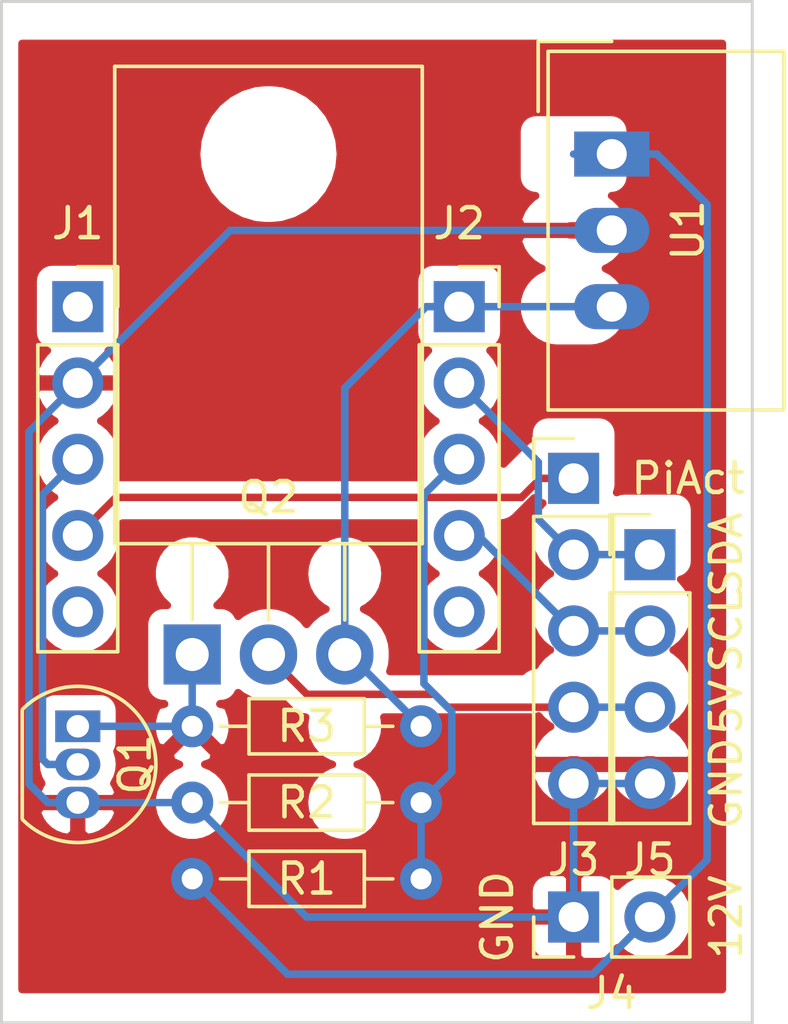
<source format=kicad_pcb>
(kicad_pcb (version 20171130) (host pcbnew 5.1.4+dfsg1-1)

  (general
    (thickness 1.6)
    (drawings 11)
    (tracks 59)
    (zones 0)
    (modules 11)
    (nets 14)
  )

  (page A4)
  (layers
    (0 F.Cu signal)
    (31 B.Cu signal)
    (32 B.Adhes user)
    (33 F.Adhes user)
    (34 B.Paste user)
    (35 F.Paste user)
    (36 B.SilkS user)
    (37 F.SilkS user)
    (38 B.Mask user)
    (39 F.Mask user)
    (40 Dwgs.User user)
    (41 Cmts.User user)
    (42 Eco1.User user)
    (43 Eco2.User user)
    (44 Edge.Cuts user)
    (45 Margin user)
    (46 B.CrtYd user)
    (47 F.CrtYd user)
    (48 B.Fab user)
    (49 F.Fab user hide)
  )

  (setup
    (last_trace_width 0.25)
    (trace_clearance 0.2)
    (zone_clearance 0.508)
    (zone_45_only no)
    (trace_min 0.2)
    (via_size 0.8)
    (via_drill 0.4)
    (via_min_size 0.4)
    (via_min_drill 0.3)
    (uvia_size 0.3)
    (uvia_drill 0.1)
    (uvias_allowed no)
    (uvia_min_size 0.2)
    (uvia_min_drill 0.1)
    (edge_width 0.05)
    (segment_width 0.2)
    (pcb_text_width 0.3)
    (pcb_text_size 1.5 1.5)
    (mod_edge_width 0.12)
    (mod_text_size 1 1)
    (mod_text_width 0.15)
    (pad_size 1.524 1.524)
    (pad_drill 0.762)
    (pad_to_mask_clearance 0.051)
    (solder_mask_min_width 0.25)
    (aux_axis_origin 0 0)
    (visible_elements FFFFFF7F)
    (pcbplotparams
      (layerselection 0x010fc_ffffffff)
      (usegerberextensions false)
      (usegerberattributes false)
      (usegerberadvancedattributes false)
      (creategerberjobfile false)
      (excludeedgelayer true)
      (linewidth 0.100000)
      (plotframeref false)
      (viasonmask false)
      (mode 1)
      (useauxorigin false)
      (hpglpennumber 1)
      (hpglpenspeed 20)
      (hpglpendiameter 15.000000)
      (psnegative false)
      (psa4output false)
      (plotreference true)
      (plotvalue true)
      (plotinvisibletext false)
      (padsonsilk false)
      (subtractmaskfromsilk false)
      (outputformat 1)
      (mirror false)
      (drillshape 1)
      (scaleselection 1)
      (outputdirectory ""))
  )

  (net 0 "")
  (net 1 Pi_Running)
  (net 2 5V_ENA)
  (net 3 GND)
  (net 4 SCL)
  (net 5 ADC)
  (net 6 SDA)
  (net 7 VCC5V)
  (net 8 VCC_Pi)
  (net 9 VCC12V)
  (net 10 "Net-(Q1-Pad1)")
  (net 11 "Net-(J1-Pad5)")
  (net 12 "Net-(J1-Pad1)")
  (net 13 "Net-(J2-Pad5)")

  (net_class Default "Dies ist die voreingestellte Netzklasse."
    (clearance 0.2)
    (trace_width 0.25)
    (via_dia 0.8)
    (via_drill 0.4)
    (uvia_dia 0.3)
    (uvia_drill 0.1)
    (add_net 5V_ENA)
    (add_net ADC)
    (add_net GND)
    (add_net "Net-(J1-Pad1)")
    (add_net "Net-(J1-Pad5)")
    (add_net "Net-(J2-Pad5)")
    (add_net "Net-(Q1-Pad1)")
    (add_net Pi_Running)
    (add_net SCL)
    (add_net SDA)
    (add_net VCC12V)
    (add_net VCC5V)
    (add_net VCC_Pi)
  )

  (module Resistor_THT:R_Axial_DIN0204_L3.6mm_D1.6mm_P7.62mm_Horizontal (layer F.Cu) (tedit 5AE5139B) (tstamp 5D62D19C)
    (at 60.96 54.61)
    (descr "Resistor, Axial_DIN0204 series, Axial, Horizontal, pin pitch=7.62mm, 0.167W, length*diameter=3.6*1.6mm^2, http://cdn-reichelt.de/documents/datenblatt/B400/1_4W%23YAG.pdf")
    (tags "Resistor Axial_DIN0204 series Axial Horizontal pin pitch 7.62mm 0.167W length 3.6mm diameter 1.6mm")
    (path /5D632A96)
    (fp_text reference R3 (at 3.81 0) (layer F.SilkS)
      (effects (font (size 1 1) (thickness 0.15)))
    )
    (fp_text value R27K (at 3.81 1.92) (layer F.Fab)
      (effects (font (size 1 1) (thickness 0.15)))
    )
    (fp_text user %R (at 3.81 0) (layer F.Fab)
      (effects (font (size 0.72 0.72) (thickness 0.108)))
    )
    (fp_line (start 8.57 -1.05) (end -0.95 -1.05) (layer F.CrtYd) (width 0.05))
    (fp_line (start 8.57 1.05) (end 8.57 -1.05) (layer F.CrtYd) (width 0.05))
    (fp_line (start -0.95 1.05) (end 8.57 1.05) (layer F.CrtYd) (width 0.05))
    (fp_line (start -0.95 -1.05) (end -0.95 1.05) (layer F.CrtYd) (width 0.05))
    (fp_line (start 6.68 0) (end 5.73 0) (layer F.SilkS) (width 0.12))
    (fp_line (start 0.94 0) (end 1.89 0) (layer F.SilkS) (width 0.12))
    (fp_line (start 5.73 -0.92) (end 1.89 -0.92) (layer F.SilkS) (width 0.12))
    (fp_line (start 5.73 0.92) (end 5.73 -0.92) (layer F.SilkS) (width 0.12))
    (fp_line (start 1.89 0.92) (end 5.73 0.92) (layer F.SilkS) (width 0.12))
    (fp_line (start 1.89 -0.92) (end 1.89 0.92) (layer F.SilkS) (width 0.12))
    (fp_line (start 7.62 0) (end 5.61 0) (layer F.Fab) (width 0.1))
    (fp_line (start 0 0) (end 2.01 0) (layer F.Fab) (width 0.1))
    (fp_line (start 5.61 -0.8) (end 2.01 -0.8) (layer F.Fab) (width 0.1))
    (fp_line (start 5.61 0.8) (end 5.61 -0.8) (layer F.Fab) (width 0.1))
    (fp_line (start 2.01 0.8) (end 5.61 0.8) (layer F.Fab) (width 0.1))
    (fp_line (start 2.01 -0.8) (end 2.01 0.8) (layer F.Fab) (width 0.1))
    (pad 2 thru_hole oval (at 7.62 0) (size 1.4 1.4) (drill 0.7) (layers *.Cu *.Mask)
      (net 7 VCC5V))
    (pad 1 thru_hole circle (at 0 0) (size 1.4 1.4) (drill 0.7) (layers *.Cu *.Mask)
      (net 10 "Net-(Q1-Pad1)"))
    (model ${KISYS3DMOD}/Resistor_THT.3dshapes/R_Axial_DIN0204_L3.6mm_D1.6mm_P7.62mm_Horizontal.wrl
      (at (xyz 0 0 0))
      (scale (xyz 1 1 1))
      (rotate (xyz 0 0 0))
    )
  )

  (module Resistor_THT:R_Axial_DIN0204_L3.6mm_D1.6mm_P7.62mm_Horizontal (layer F.Cu) (tedit 5AE5139B) (tstamp 5D62D1D2)
    (at 60.96 57.15)
    (descr "Resistor, Axial_DIN0204 series, Axial, Horizontal, pin pitch=7.62mm, 0.167W, length*diameter=3.6*1.6mm^2, http://cdn-reichelt.de/documents/datenblatt/B400/1_4W%23YAG.pdf")
    (tags "Resistor Axial_DIN0204 series Axial Horizontal pin pitch 7.62mm 0.167W length 3.6mm diameter 1.6mm")
    (path /5D66562B)
    (fp_text reference R2 (at 3.81 0) (layer F.SilkS)
      (effects (font (size 1 1) (thickness 0.15)))
    )
    (fp_text value R27K (at 3.81 1.92) (layer F.Fab)
      (effects (font (size 1 1) (thickness 0.15)))
    )
    (fp_text user %R (at 3.81 0) (layer F.Fab)
      (effects (font (size 0.72 0.72) (thickness 0.108)))
    )
    (fp_line (start 8.57 -1.05) (end -0.95 -1.05) (layer F.CrtYd) (width 0.05))
    (fp_line (start 8.57 1.05) (end 8.57 -1.05) (layer F.CrtYd) (width 0.05))
    (fp_line (start -0.95 1.05) (end 8.57 1.05) (layer F.CrtYd) (width 0.05))
    (fp_line (start -0.95 -1.05) (end -0.95 1.05) (layer F.CrtYd) (width 0.05))
    (fp_line (start 6.68 0) (end 5.73 0) (layer F.SilkS) (width 0.12))
    (fp_line (start 0.94 0) (end 1.89 0) (layer F.SilkS) (width 0.12))
    (fp_line (start 5.73 -0.92) (end 1.89 -0.92) (layer F.SilkS) (width 0.12))
    (fp_line (start 5.73 0.92) (end 5.73 -0.92) (layer F.SilkS) (width 0.12))
    (fp_line (start 1.89 0.92) (end 5.73 0.92) (layer F.SilkS) (width 0.12))
    (fp_line (start 1.89 -0.92) (end 1.89 0.92) (layer F.SilkS) (width 0.12))
    (fp_line (start 7.62 0) (end 5.61 0) (layer F.Fab) (width 0.1))
    (fp_line (start 0 0) (end 2.01 0) (layer F.Fab) (width 0.1))
    (fp_line (start 5.61 -0.8) (end 2.01 -0.8) (layer F.Fab) (width 0.1))
    (fp_line (start 5.61 0.8) (end 5.61 -0.8) (layer F.Fab) (width 0.1))
    (fp_line (start 2.01 0.8) (end 5.61 0.8) (layer F.Fab) (width 0.1))
    (fp_line (start 2.01 -0.8) (end 2.01 0.8) (layer F.Fab) (width 0.1))
    (pad 2 thru_hole oval (at 7.62 0) (size 1.4 1.4) (drill 0.7) (layers *.Cu *.Mask)
      (net 5 ADC))
    (pad 1 thru_hole circle (at 0 0) (size 1.4 1.4) (drill 0.7) (layers *.Cu *.Mask)
      (net 3 GND))
    (model ${KISYS3DMOD}/Resistor_THT.3dshapes/R_Axial_DIN0204_L3.6mm_D1.6mm_P7.62mm_Horizontal.wrl
      (at (xyz 0 0 0))
      (scale (xyz 1 1 1))
      (rotate (xyz 0 0 0))
    )
  )

  (module Resistor_THT:R_Axial_DIN0204_L3.6mm_D1.6mm_P7.62mm_Horizontal (layer F.Cu) (tedit 5AE5139B) (tstamp 5D62EB9C)
    (at 60.96 59.69)
    (descr "Resistor, Axial_DIN0204 series, Axial, Horizontal, pin pitch=7.62mm, 0.167W, length*diameter=3.6*1.6mm^2, http://cdn-reichelt.de/documents/datenblatt/B400/1_4W%23YAG.pdf")
    (tags "Resistor Axial_DIN0204 series Axial Horizontal pin pitch 7.62mm 0.167W length 3.6mm diameter 1.6mm")
    (path /5D665205)
    (fp_text reference R1 (at 3.81 0) (layer F.SilkS)
      (effects (font (size 1 1) (thickness 0.15)))
    )
    (fp_text value R100K (at 3.81 1.92) (layer F.Fab)
      (effects (font (size 1 1) (thickness 0.15)))
    )
    (fp_text user %R (at 3.81 0) (layer F.Fab)
      (effects (font (size 0.72 0.72) (thickness 0.108)))
    )
    (fp_line (start 8.57 -1.05) (end -0.95 -1.05) (layer F.CrtYd) (width 0.05))
    (fp_line (start 8.57 1.05) (end 8.57 -1.05) (layer F.CrtYd) (width 0.05))
    (fp_line (start -0.95 1.05) (end 8.57 1.05) (layer F.CrtYd) (width 0.05))
    (fp_line (start -0.95 -1.05) (end -0.95 1.05) (layer F.CrtYd) (width 0.05))
    (fp_line (start 6.68 0) (end 5.73 0) (layer F.SilkS) (width 0.12))
    (fp_line (start 0.94 0) (end 1.89 0) (layer F.SilkS) (width 0.12))
    (fp_line (start 5.73 -0.92) (end 1.89 -0.92) (layer F.SilkS) (width 0.12))
    (fp_line (start 5.73 0.92) (end 5.73 -0.92) (layer F.SilkS) (width 0.12))
    (fp_line (start 1.89 0.92) (end 5.73 0.92) (layer F.SilkS) (width 0.12))
    (fp_line (start 1.89 -0.92) (end 1.89 0.92) (layer F.SilkS) (width 0.12))
    (fp_line (start 7.62 0) (end 5.61 0) (layer F.Fab) (width 0.1))
    (fp_line (start 0 0) (end 2.01 0) (layer F.Fab) (width 0.1))
    (fp_line (start 5.61 -0.8) (end 2.01 -0.8) (layer F.Fab) (width 0.1))
    (fp_line (start 5.61 0.8) (end 5.61 -0.8) (layer F.Fab) (width 0.1))
    (fp_line (start 2.01 0.8) (end 5.61 0.8) (layer F.Fab) (width 0.1))
    (fp_line (start 2.01 -0.8) (end 2.01 0.8) (layer F.Fab) (width 0.1))
    (pad 2 thru_hole oval (at 7.62 0) (size 1.4 1.4) (drill 0.7) (layers *.Cu *.Mask)
      (net 5 ADC))
    (pad 1 thru_hole circle (at 0 0) (size 1.4 1.4) (drill 0.7) (layers *.Cu *.Mask)
      (net 9 VCC12V))
    (model ${KISYS3DMOD}/Resistor_THT.3dshapes/R_Axial_DIN0204_L3.6mm_D1.6mm_P7.62mm_Horizontal.wrl
      (at (xyz 0 0 0))
      (scale (xyz 1 1 1))
      (rotate (xyz 0 0 0))
    )
  )

  (module Package_TO_SOT_THT:TO-220-3_Horizontal_TabDown (layer F.Cu) (tedit 5AC8BA0D) (tstamp 5D62D20F)
    (at 60.96 52.22)
    (descr "TO-220-3, Horizontal, RM 2.54mm, see https://www.vishay.com/docs/66542/to-220-1.pdf")
    (tags "TO-220-3 Horizontal RM 2.54mm")
    (path /5D63050F)
    (fp_text reference Q2 (at 2.54 -5.23) (layer F.SilkS)
      (effects (font (size 1 1) (thickness 0.15)))
    )
    (fp_text value IRF5305 (at 2.54 2) (layer F.Fab)
      (effects (font (size 1 1) (thickness 0.15)))
    )
    (fp_text user %R (at 2.54 -20.58) (layer F.Fab)
      (effects (font (size 1 1) (thickness 0.15)))
    )
    (fp_line (start 7.79 -19.71) (end -2.71 -19.71) (layer F.CrtYd) (width 0.05))
    (fp_line (start 7.79 1.25) (end 7.79 -19.71) (layer F.CrtYd) (width 0.05))
    (fp_line (start -2.71 1.25) (end 7.79 1.25) (layer F.CrtYd) (width 0.05))
    (fp_line (start -2.71 -19.71) (end -2.71 1.25) (layer F.CrtYd) (width 0.05))
    (fp_line (start 5.08 -3.69) (end 5.08 -1.15) (layer F.SilkS) (width 0.12))
    (fp_line (start 2.54 -3.69) (end 2.54 -1.15) (layer F.SilkS) (width 0.12))
    (fp_line (start 0 -3.69) (end 0 -1.15) (layer F.SilkS) (width 0.12))
    (fp_line (start 7.66 -19.58) (end 7.66 -3.69) (layer F.SilkS) (width 0.12))
    (fp_line (start -2.58 -19.58) (end -2.58 -3.69) (layer F.SilkS) (width 0.12))
    (fp_line (start -2.58 -19.58) (end 7.66 -19.58) (layer F.SilkS) (width 0.12))
    (fp_line (start -2.58 -3.69) (end 7.66 -3.69) (layer F.SilkS) (width 0.12))
    (fp_line (start 5.08 -3.81) (end 5.08 0) (layer F.Fab) (width 0.1))
    (fp_line (start 2.54 -3.81) (end 2.54 0) (layer F.Fab) (width 0.1))
    (fp_line (start 0 -3.81) (end 0 0) (layer F.Fab) (width 0.1))
    (fp_line (start 7.54 -3.81) (end -2.46 -3.81) (layer F.Fab) (width 0.1))
    (fp_line (start 7.54 -13.06) (end 7.54 -3.81) (layer F.Fab) (width 0.1))
    (fp_line (start -2.46 -13.06) (end 7.54 -13.06) (layer F.Fab) (width 0.1))
    (fp_line (start -2.46 -3.81) (end -2.46 -13.06) (layer F.Fab) (width 0.1))
    (fp_line (start 7.54 -13.06) (end -2.46 -13.06) (layer F.Fab) (width 0.1))
    (fp_line (start 7.54 -19.46) (end 7.54 -13.06) (layer F.Fab) (width 0.1))
    (fp_line (start -2.46 -19.46) (end 7.54 -19.46) (layer F.Fab) (width 0.1))
    (fp_line (start -2.46 -13.06) (end -2.46 -19.46) (layer F.Fab) (width 0.1))
    (fp_circle (center 2.54 -16.66) (end 4.39 -16.66) (layer F.Fab) (width 0.1))
    (pad 3 thru_hole oval (at 5.08 0) (size 1.905 2) (drill 1.1) (layers *.Cu *.Mask)
      (net 7 VCC5V))
    (pad 2 thru_hole oval (at 2.54 0) (size 1.905 2) (drill 1.1) (layers *.Cu *.Mask)
      (net 8 VCC_Pi))
    (pad 1 thru_hole rect (at 0 0) (size 1.905 2) (drill 1.1) (layers *.Cu *.Mask)
      (net 10 "Net-(Q1-Pad1)"))
    (pad "" np_thru_hole oval (at 2.54 -16.66) (size 3.5 3.5) (drill 3.5) (layers *.Cu *.Mask))
    (model ${KISYS3DMOD}/Package_TO_SOT_THT.3dshapes/TO-220-3_Horizontal_TabDown.wrl
      (at (xyz 0 0 0))
      (scale (xyz 1 1 1))
      (rotate (xyz 0 0 0))
    )
  )

  (module Connector_PinHeader_2.54mm:PinHeader_1x04_P2.54mm_Vertical (layer F.Cu) (tedit 59FED5CC) (tstamp 5D6BFA17)
    (at 76.2 48.895)
    (descr "Through hole straight pin header, 1x04, 2.54mm pitch, single row")
    (tags "Through hole pin header THT 1x04 2.54mm single row")
    (path /5D6BB1FE)
    (fp_text reference J5 (at 0 10.16) (layer F.SilkS)
      (effects (font (size 1 1) (thickness 0.15)))
    )
    (fp_text value Conn_01x04_Male (at 0 9.95) (layer F.Fab)
      (effects (font (size 1 1) (thickness 0.15)))
    )
    (fp_text user %R (at 0 3.81 90) (layer F.Fab)
      (effects (font (size 1 1) (thickness 0.15)))
    )
    (fp_line (start 1.8 -1.8) (end -1.8 -1.8) (layer F.CrtYd) (width 0.05))
    (fp_line (start 1.8 9.4) (end 1.8 -1.8) (layer F.CrtYd) (width 0.05))
    (fp_line (start -1.8 9.4) (end 1.8 9.4) (layer F.CrtYd) (width 0.05))
    (fp_line (start -1.8 -1.8) (end -1.8 9.4) (layer F.CrtYd) (width 0.05))
    (fp_line (start -1.33 -1.33) (end 0 -1.33) (layer F.SilkS) (width 0.12))
    (fp_line (start -1.33 0) (end -1.33 -1.33) (layer F.SilkS) (width 0.12))
    (fp_line (start -1.33 1.27) (end 1.33 1.27) (layer F.SilkS) (width 0.12))
    (fp_line (start 1.33 1.27) (end 1.33 8.95) (layer F.SilkS) (width 0.12))
    (fp_line (start -1.33 1.27) (end -1.33 8.95) (layer F.SilkS) (width 0.12))
    (fp_line (start -1.33 8.95) (end 1.33 8.95) (layer F.SilkS) (width 0.12))
    (fp_line (start -1.27 -0.635) (end -0.635 -1.27) (layer F.Fab) (width 0.1))
    (fp_line (start -1.27 8.89) (end -1.27 -0.635) (layer F.Fab) (width 0.1))
    (fp_line (start 1.27 8.89) (end -1.27 8.89) (layer F.Fab) (width 0.1))
    (fp_line (start 1.27 -1.27) (end 1.27 8.89) (layer F.Fab) (width 0.1))
    (fp_line (start -0.635 -1.27) (end 1.27 -1.27) (layer F.Fab) (width 0.1))
    (pad 4 thru_hole oval (at 0 7.62) (size 1.7 1.7) (drill 1) (layers *.Cu *.Mask)
      (net 3 GND))
    (pad 3 thru_hole oval (at 0 5.08) (size 1.7 1.7) (drill 1) (layers *.Cu *.Mask)
      (net 8 VCC_Pi))
    (pad 2 thru_hole oval (at 0 2.54) (size 1.7 1.7) (drill 1) (layers *.Cu *.Mask)
      (net 4 SCL))
    (pad 1 thru_hole rect (at 0 0) (size 1.7 1.7) (drill 1) (layers *.Cu *.Mask)
      (net 6 SDA))
    (model ${KISYS3DMOD}/Connector_PinHeader_2.54mm.3dshapes/PinHeader_1x04_P2.54mm_Vertical.wrl
      (at (xyz 0 0 0))
      (scale (xyz 1 1 1))
      (rotate (xyz 0 0 0))
    )
  )

  (module Converter_DCDC:Converter_DCDC_TRACO_TSR-1_THT (layer F.Cu) (tedit 59FE1FB7) (tstamp 5D8A6002)
    (at 74.93 35.56 270)
    (descr "DCDC-Converter, TRACO, TSR 1-xxxx")
    (tags "DCDC-Converter TRACO TSR-1")
    (path /5D62B8BF)
    (fp_text reference U1 (at 2.54 -2.54 90) (layer F.SilkS)
      (effects (font (size 1 1) (thickness 0.15)))
    )
    (fp_text value TSR_2-2450 (at 2.5 3.25 90) (layer F.Fab)
      (effects (font (size 1 1) (thickness 0.15)))
    )
    (fp_line (start -2.3 2) (end 8.4 2) (layer F.Fab) (width 0.1))
    (fp_line (start -3.42 2.12) (end -3.42 -5.73) (layer F.SilkS) (width 0.12))
    (fp_line (start -3.42 -5.73) (end 8.52 -5.73) (layer F.SilkS) (width 0.12))
    (fp_line (start 8.52 -5.73) (end 8.52 2.12) (layer F.SilkS) (width 0.12))
    (fp_line (start 8.52 2.12) (end -3.42 2.12) (layer F.SilkS) (width 0.12))
    (fp_line (start -3.55 -5.85) (end 8.65 -5.85) (layer F.CrtYd) (width 0.05))
    (fp_line (start 8.65 -5.85) (end 8.65 2.25) (layer F.CrtYd) (width 0.05))
    (fp_line (start 8.65 2.25) (end -3.55 2.25) (layer F.CrtYd) (width 0.05))
    (fp_line (start -3.55 2.25) (end -3.55 -5.85) (layer F.CrtYd) (width 0.05))
    (fp_line (start -3.3 -5.6) (end 8.4 -5.6) (layer F.Fab) (width 0.1))
    (fp_line (start 8.4 2) (end 8.4 -5.6) (layer F.Fab) (width 0.1))
    (fp_line (start -3.3 1) (end -3.3 -5.6) (layer F.Fab) (width 0.1))
    (fp_line (start -3.3 1) (end -2.3 2) (layer F.Fab) (width 0.1))
    (fp_line (start -3.75 0) (end -3.75 2.45) (layer F.SilkS) (width 0.12))
    (fp_line (start -3.75 2.45) (end -1.42 2.45) (layer F.SilkS) (width 0.12))
    (fp_text user %R (at 3 -3 90) (layer F.Fab)
      (effects (font (size 1 1) (thickness 0.15)))
    )
    (pad 3 thru_hole oval (at 5.08 0 270) (size 1.5 2.5) (drill 1) (layers *.Cu *.Mask)
      (net 7 VCC5V))
    (pad 2 thru_hole oval (at 2.54 0 270) (size 1.5 2.5) (drill 1) (layers *.Cu *.Mask)
      (net 3 GND))
    (pad 1 thru_hole rect (at 0 0 270) (size 1.5 2.5) (drill 1) (layers *.Cu *.Mask)
      (net 9 VCC12V))
    (model ${KISYS3DMOD}/Converter_DCDC.3dshapes/Converter_DCDC_TRACO_TSR-1_THT.wrl
      (at (xyz 0 0 0))
      (scale (xyz 1 1 1))
      (rotate (xyz 0 0 0))
    )
  )

  (module Package_TO_SOT_THT:TO-92_Inline (layer F.Cu) (tedit 5A1DD157) (tstamp 5D62D126)
    (at 57.15 54.61 270)
    (descr "TO-92 leads in-line, narrow, oval pads, drill 0.75mm (see NXP sot054_po.pdf)")
    (tags "to-92 sc-43 sc-43a sot54 PA33 transistor")
    (path /5D62DCCF)
    (fp_text reference Q1 (at 1.27 -1.905 90) (layer F.SilkS)
      (effects (font (size 1 1) (thickness 0.15)))
    )
    (fp_text value BS170 (at 1.27 2.79 90) (layer F.Fab)
      (effects (font (size 1 1) (thickness 0.15)))
    )
    (fp_arc (start 1.27 0) (end 1.27 -2.6) (angle 135) (layer F.SilkS) (width 0.12))
    (fp_arc (start 1.27 0) (end 1.27 -2.48) (angle -135) (layer F.Fab) (width 0.1))
    (fp_arc (start 1.27 0) (end 1.27 -2.6) (angle -135) (layer F.SilkS) (width 0.12))
    (fp_arc (start 1.27 0) (end 1.27 -2.48) (angle 135) (layer F.Fab) (width 0.1))
    (fp_line (start 4 2.01) (end -1.46 2.01) (layer F.CrtYd) (width 0.05))
    (fp_line (start 4 2.01) (end 4 -2.73) (layer F.CrtYd) (width 0.05))
    (fp_line (start -1.46 -2.73) (end -1.46 2.01) (layer F.CrtYd) (width 0.05))
    (fp_line (start -1.46 -2.73) (end 4 -2.73) (layer F.CrtYd) (width 0.05))
    (fp_line (start -0.5 1.75) (end 3 1.75) (layer F.Fab) (width 0.1))
    (fp_line (start -0.53 1.85) (end 3.07 1.85) (layer F.SilkS) (width 0.12))
    (fp_text user %R (at 1.27 -3.56 90) (layer F.Fab)
      (effects (font (size 1 1) (thickness 0.15)))
    )
    (pad 1 thru_hole rect (at 0 0 270) (size 1.05 1.5) (drill 0.75) (layers *.Cu *.Mask)
      (net 10 "Net-(Q1-Pad1)"))
    (pad 3 thru_hole oval (at 2.54 0 270) (size 1.05 1.5) (drill 0.75) (layers *.Cu *.Mask)
      (net 3 GND))
    (pad 2 thru_hole oval (at 1.27 0 270) (size 1.05 1.5) (drill 0.75) (layers *.Cu *.Mask)
      (net 2 5V_ENA))
    (model ${KISYS3DMOD}/Package_TO_SOT_THT.3dshapes/TO-92_Inline.wrl
      (at (xyz 0 0 0))
      (scale (xyz 1 1 1))
      (rotate (xyz 0 0 0))
    )
  )

  (module Connector_PinHeader_2.54mm:PinHeader_1x02_P2.54mm_Vertical (layer F.Cu) (tedit 59FED5CC) (tstamp 5D62E979)
    (at 73.66 60.96 90)
    (descr "Through hole straight pin header, 1x02, 2.54mm pitch, single row")
    (tags "Through hole pin header THT 1x02 2.54mm single row")
    (path /5D6292E1)
    (fp_text reference J4 (at -2.54 1.27 180) (layer F.SilkS)
      (effects (font (size 1 1) (thickness 0.15)))
    )
    (fp_text value Conn_Pwr (at 0 4.87 90) (layer F.Fab)
      (effects (font (size 1 1) (thickness 0.15)))
    )
    (fp_text user %R (at 0 1.27) (layer F.Fab)
      (effects (font (size 1 1) (thickness 0.15)))
    )
    (fp_line (start 1.8 -1.8) (end -1.8 -1.8) (layer F.CrtYd) (width 0.05))
    (fp_line (start 1.8 4.35) (end 1.8 -1.8) (layer F.CrtYd) (width 0.05))
    (fp_line (start -1.8 4.35) (end 1.8 4.35) (layer F.CrtYd) (width 0.05))
    (fp_line (start -1.8 -1.8) (end -1.8 4.35) (layer F.CrtYd) (width 0.05))
    (fp_line (start -1.33 -1.33) (end 0 -1.33) (layer F.SilkS) (width 0.12))
    (fp_line (start -1.33 0) (end -1.33 -1.33) (layer F.SilkS) (width 0.12))
    (fp_line (start -1.33 1.27) (end 1.33 1.27) (layer F.SilkS) (width 0.12))
    (fp_line (start 1.33 1.27) (end 1.33 3.87) (layer F.SilkS) (width 0.12))
    (fp_line (start -1.33 1.27) (end -1.33 3.87) (layer F.SilkS) (width 0.12))
    (fp_line (start -1.33 3.87) (end 1.33 3.87) (layer F.SilkS) (width 0.12))
    (fp_line (start -1.27 -0.635) (end -0.635 -1.27) (layer F.Fab) (width 0.1))
    (fp_line (start -1.27 3.81) (end -1.27 -0.635) (layer F.Fab) (width 0.1))
    (fp_line (start 1.27 3.81) (end -1.27 3.81) (layer F.Fab) (width 0.1))
    (fp_line (start 1.27 -1.27) (end 1.27 3.81) (layer F.Fab) (width 0.1))
    (fp_line (start -0.635 -1.27) (end 1.27 -1.27) (layer F.Fab) (width 0.1))
    (pad 2 thru_hole oval (at 0 2.54 90) (size 1.7 1.7) (drill 1) (layers *.Cu *.Mask)
      (net 9 VCC12V))
    (pad 1 thru_hole rect (at 0 0 90) (size 1.7 1.7) (drill 1) (layers *.Cu *.Mask)
      (net 3 GND))
    (model ${KISYS3DMOD}/Connector_PinHeader_2.54mm.3dshapes/PinHeader_1x02_P2.54mm_Vertical.wrl
      (at (xyz 0 0 0))
      (scale (xyz 1 1 1))
      (rotate (xyz 0 0 0))
    )
  )

  (module Connector_PinHeader_2.54mm:PinHeader_1x05_P2.54mm_Vertical (layer F.Cu) (tedit 59FED5CC) (tstamp 5D62D28F)
    (at 73.66 46.355)
    (descr "Through hole straight pin header, 1x05, 2.54mm pitch, single row")
    (tags "Through hole pin header THT 1x05 2.54mm single row")
    (path /5D628156)
    (fp_text reference J3 (at 0 12.7) (layer F.SilkS)
      (effects (font (size 1 1) (thickness 0.15)))
    )
    (fp_text value Conn_Pi (at 0 12.49) (layer F.Fab)
      (effects (font (size 1 1) (thickness 0.15)))
    )
    (fp_text user %R (at 0 5.08 90) (layer F.Fab)
      (effects (font (size 1 1) (thickness 0.15)))
    )
    (fp_line (start 1.8 -1.8) (end -1.8 -1.8) (layer F.CrtYd) (width 0.05))
    (fp_line (start 1.8 11.95) (end 1.8 -1.8) (layer F.CrtYd) (width 0.05))
    (fp_line (start -1.8 11.95) (end 1.8 11.95) (layer F.CrtYd) (width 0.05))
    (fp_line (start -1.8 -1.8) (end -1.8 11.95) (layer F.CrtYd) (width 0.05))
    (fp_line (start -1.33 -1.33) (end 0 -1.33) (layer F.SilkS) (width 0.12))
    (fp_line (start -1.33 0) (end -1.33 -1.33) (layer F.SilkS) (width 0.12))
    (fp_line (start -1.33 1.27) (end 1.33 1.27) (layer F.SilkS) (width 0.12))
    (fp_line (start 1.33 1.27) (end 1.33 11.49) (layer F.SilkS) (width 0.12))
    (fp_line (start -1.33 1.27) (end -1.33 11.49) (layer F.SilkS) (width 0.12))
    (fp_line (start -1.33 11.49) (end 1.33 11.49) (layer F.SilkS) (width 0.12))
    (fp_line (start -1.27 -0.635) (end -0.635 -1.27) (layer F.Fab) (width 0.1))
    (fp_line (start -1.27 11.43) (end -1.27 -0.635) (layer F.Fab) (width 0.1))
    (fp_line (start 1.27 11.43) (end -1.27 11.43) (layer F.Fab) (width 0.1))
    (fp_line (start 1.27 -1.27) (end 1.27 11.43) (layer F.Fab) (width 0.1))
    (fp_line (start -0.635 -1.27) (end 1.27 -1.27) (layer F.Fab) (width 0.1))
    (pad 5 thru_hole oval (at 0 10.16) (size 1.7 1.7) (drill 1) (layers *.Cu *.Mask)
      (net 3 GND))
    (pad 4 thru_hole oval (at 0 7.62) (size 1.7 1.7) (drill 1) (layers *.Cu *.Mask)
      (net 8 VCC_Pi))
    (pad 3 thru_hole oval (at 0 5.08) (size 1.7 1.7) (drill 1) (layers *.Cu *.Mask)
      (net 4 SCL))
    (pad 2 thru_hole oval (at 0 2.54) (size 1.7 1.7) (drill 1) (layers *.Cu *.Mask)
      (net 6 SDA))
    (pad 1 thru_hole rect (at 0 0) (size 1.7 1.7) (drill 1) (layers *.Cu *.Mask)
      (net 1 Pi_Running))
    (model ${KISYS3DMOD}/Connector_PinHeader_2.54mm.3dshapes/PinHeader_1x05_P2.54mm_Vertical.wrl
      (at (xyz 0 0 0))
      (scale (xyz 1 1 1))
      (rotate (xyz 0 0 0))
    )
  )

  (module Connector_PinSocket_2.54mm:PinSocket_1x05_P2.54mm_Vertical (layer F.Cu) (tedit 5A19A420) (tstamp 5D62D2D7)
    (at 69.85 40.64)
    (descr "Through hole straight socket strip, 1x05, 2.54mm pitch, single row (from Kicad 4.0.7), script generated")
    (tags "Through hole socket strip THT 1x05 2.54mm single row")
    (path /5D6276A2)
    (fp_text reference J2 (at 0 -2.77) (layer F.SilkS)
      (effects (font (size 1 1) (thickness 0.15)))
    )
    (fp_text value Conn_Right (at 0 12.93) (layer F.Fab)
      (effects (font (size 1 1) (thickness 0.15)))
    )
    (fp_text user %R (at 0 5.08 90) (layer F.Fab)
      (effects (font (size 1 1) (thickness 0.15)))
    )
    (fp_line (start -1.8 11.9) (end -1.8 -1.8) (layer F.CrtYd) (width 0.05))
    (fp_line (start 1.75 11.9) (end -1.8 11.9) (layer F.CrtYd) (width 0.05))
    (fp_line (start 1.75 -1.8) (end 1.75 11.9) (layer F.CrtYd) (width 0.05))
    (fp_line (start -1.8 -1.8) (end 1.75 -1.8) (layer F.CrtYd) (width 0.05))
    (fp_line (start 0 -1.33) (end 1.33 -1.33) (layer F.SilkS) (width 0.12))
    (fp_line (start 1.33 -1.33) (end 1.33 0) (layer F.SilkS) (width 0.12))
    (fp_line (start 1.33 1.27) (end 1.33 11.49) (layer F.SilkS) (width 0.12))
    (fp_line (start -1.33 11.49) (end 1.33 11.49) (layer F.SilkS) (width 0.12))
    (fp_line (start -1.33 1.27) (end -1.33 11.49) (layer F.SilkS) (width 0.12))
    (fp_line (start -1.33 1.27) (end 1.33 1.27) (layer F.SilkS) (width 0.12))
    (fp_line (start -1.27 11.43) (end -1.27 -1.27) (layer F.Fab) (width 0.1))
    (fp_line (start 1.27 11.43) (end -1.27 11.43) (layer F.Fab) (width 0.1))
    (fp_line (start 1.27 -0.635) (end 1.27 11.43) (layer F.Fab) (width 0.1))
    (fp_line (start 0.635 -1.27) (end 1.27 -0.635) (layer F.Fab) (width 0.1))
    (fp_line (start -1.27 -1.27) (end 0.635 -1.27) (layer F.Fab) (width 0.1))
    (pad 5 thru_hole oval (at 0 10.16) (size 1.7 1.7) (drill 1) (layers *.Cu *.Mask)
      (net 13 "Net-(J2-Pad5)"))
    (pad 4 thru_hole oval (at 0 7.62) (size 1.7 1.7) (drill 1) (layers *.Cu *.Mask)
      (net 4 SCL))
    (pad 3 thru_hole oval (at 0 5.08) (size 1.7 1.7) (drill 1) (layers *.Cu *.Mask)
      (net 5 ADC))
    (pad 2 thru_hole oval (at 0 2.54) (size 1.7 1.7) (drill 1) (layers *.Cu *.Mask)
      (net 6 SDA))
    (pad 1 thru_hole rect (at 0 0) (size 1.7 1.7) (drill 1) (layers *.Cu *.Mask)
      (net 7 VCC5V))
    (model ${KISYS3DMOD}/Connector_PinSocket_2.54mm.3dshapes/PinSocket_1x05_P2.54mm_Vertical.wrl
      (at (xyz 0 0 0))
      (scale (xyz 1 1 1))
      (rotate (xyz 0 0 0))
    )
  )

  (module Connector_PinSocket_2.54mm:PinSocket_1x05_P2.54mm_Vertical (layer F.Cu) (tedit 5A19A420) (tstamp 5D62D0E5)
    (at 57.15 40.64)
    (descr "Through hole straight socket strip, 1x05, 2.54mm pitch, single row (from Kicad 4.0.7), script generated")
    (tags "Through hole socket strip THT 1x05 2.54mm single row")
    (path /5D62720F)
    (fp_text reference J1 (at 0 -2.77) (layer F.SilkS)
      (effects (font (size 1 1) (thickness 0.15)))
    )
    (fp_text value Conn_Left (at 0 12.93) (layer F.Fab)
      (effects (font (size 1 1) (thickness 0.15)))
    )
    (fp_text user %R (at 0 5.08 90) (layer F.Fab)
      (effects (font (size 1 1) (thickness 0.15)))
    )
    (fp_line (start -1.8 11.9) (end -1.8 -1.8) (layer F.CrtYd) (width 0.05))
    (fp_line (start 1.75 11.9) (end -1.8 11.9) (layer F.CrtYd) (width 0.05))
    (fp_line (start 1.75 -1.8) (end 1.75 11.9) (layer F.CrtYd) (width 0.05))
    (fp_line (start -1.8 -1.8) (end 1.75 -1.8) (layer F.CrtYd) (width 0.05))
    (fp_line (start 0 -1.33) (end 1.33 -1.33) (layer F.SilkS) (width 0.12))
    (fp_line (start 1.33 -1.33) (end 1.33 0) (layer F.SilkS) (width 0.12))
    (fp_line (start 1.33 1.27) (end 1.33 11.49) (layer F.SilkS) (width 0.12))
    (fp_line (start -1.33 11.49) (end 1.33 11.49) (layer F.SilkS) (width 0.12))
    (fp_line (start -1.33 1.27) (end -1.33 11.49) (layer F.SilkS) (width 0.12))
    (fp_line (start -1.33 1.27) (end 1.33 1.27) (layer F.SilkS) (width 0.12))
    (fp_line (start -1.27 11.43) (end -1.27 -1.27) (layer F.Fab) (width 0.1))
    (fp_line (start 1.27 11.43) (end -1.27 11.43) (layer F.Fab) (width 0.1))
    (fp_line (start 1.27 -0.635) (end 1.27 11.43) (layer F.Fab) (width 0.1))
    (fp_line (start 0.635 -1.27) (end 1.27 -0.635) (layer F.Fab) (width 0.1))
    (fp_line (start -1.27 -1.27) (end 0.635 -1.27) (layer F.Fab) (width 0.1))
    (pad 5 thru_hole oval (at 0 10.16) (size 1.7 1.7) (drill 1) (layers *.Cu *.Mask)
      (net 11 "Net-(J1-Pad5)"))
    (pad 4 thru_hole oval (at 0 7.62) (size 1.7 1.7) (drill 1) (layers *.Cu *.Mask)
      (net 1 Pi_Running))
    (pad 3 thru_hole oval (at 0 5.08) (size 1.7 1.7) (drill 1) (layers *.Cu *.Mask)
      (net 2 5V_ENA))
    (pad 2 thru_hole oval (at 0 2.54) (size 1.7 1.7) (drill 1) (layers *.Cu *.Mask)
      (net 3 GND))
    (pad 1 thru_hole rect (at 0 0) (size 1.7 1.7) (drill 1) (layers *.Cu *.Mask)
      (net 12 "Net-(J1-Pad1)"))
    (model ${KISYS3DMOD}/Connector_PinSocket_2.54mm.3dshapes/PinSocket_1x05_P2.54mm_Vertical.wrl
      (at (xyz 0 0 0))
      (scale (xyz 1 1 1))
      (rotate (xyz 0 0 0))
    )
  )

  (gr_text GND (at 78.74 56.515 90) (layer F.SilkS)
    (effects (font (size 1 1) (thickness 0.15)))
  )
  (gr_text SCL (at 78.74 51.435 90) (layer F.SilkS)
    (effects (font (size 1 1) (thickness 0.15)))
  )
  (gr_text SDA (at 78.74 48.895 90) (layer F.SilkS)
    (effects (font (size 1 1) (thickness 0.15)))
  )
  (gr_text PiAct (at 77.47 46.355) (layer F.SilkS)
    (effects (font (size 1 1) (thickness 0.15)))
  )
  (gr_text 5V (at 78.74 53.975 90) (layer F.SilkS)
    (effects (font (size 1 1) (thickness 0.15)))
  )
  (gr_text GND (at 71.12 60.96 90) (layer F.SilkS)
    (effects (font (size 1 1) (thickness 0.15)))
  )
  (gr_text 12V (at 78.74 60.96 90) (layer F.SilkS)
    (effects (font (size 1 1) (thickness 0.15)))
  )
  (gr_line (start 79.61 64.48) (end 79.61 30.48) (layer Edge.Cuts) (width 0.1) (tstamp 5D62EA8F))
  (gr_line (start 54.61 64.48) (end 79.61 64.48) (layer Edge.Cuts) (width 0.1) (tstamp 5D62EA82))
  (gr_line (start 54.61 64.48) (end 54.61 30.48) (layer Edge.Cuts) (width 0.1))
  (gr_line (start 54.61 30.48) (end 79.61 30.48) (layer Edge.Cuts) (width 0.1))

  (segment (start 72.56 46.355) (end 73.66 46.355) (width 0.25) (layer F.Cu) (net 1))
  (segment (start 71.925 46.99) (end 72.56 46.355) (width 0.25) (layer F.Cu) (net 1))
  (segment (start 58.42 46.99) (end 71.925 46.99) (width 0.25) (layer F.Cu) (net 1))
  (segment (start 57.15 48.26) (end 58.42 46.99) (width 0.25) (layer F.Cu) (net 1))
  (segment (start 56.15 55.88) (end 57.15 55.88) (width 0.25) (layer B.Cu) (net 2))
  (segment (start 55.974999 55.704999) (end 56.15 55.88) (width 0.25) (layer B.Cu) (net 2))
  (segment (start 55.974999 46.895001) (end 55.974999 55.704999) (width 0.25) (layer B.Cu) (net 2))
  (segment (start 57.15 45.72) (end 55.974999 46.895001) (width 0.25) (layer B.Cu) (net 2))
  (segment (start 62.23 38.1) (end 57.15 43.18) (width 0.25) (layer B.Cu) (net 3))
  (segment (start 56.15 57.15) (end 57.15 57.15) (width 0.25) (layer B.Cu) (net 3))
  (segment (start 55.524989 56.524989) (end 56.15 57.15) (width 0.25) (layer B.Cu) (net 3))
  (segment (start 55.524989 44.805011) (end 55.524989 56.524989) (width 0.25) (layer B.Cu) (net 3))
  (segment (start 57.15 43.18) (end 55.524989 44.805011) (width 0.25) (layer B.Cu) (net 3))
  (segment (start 57.15 57.15) (end 60.96 57.15) (width 0.25) (layer B.Cu) (net 3))
  (segment (start 64.77 60.96) (end 60.96 57.15) (width 0.25) (layer B.Cu) (net 3))
  (segment (start 73.66 60.96) (end 64.77 60.96) (width 0.25) (layer B.Cu) (net 3))
  (segment (start 74.93 38.1) (end 62.23 38.1) (width 0.25) (layer B.Cu) (net 3))
  (segment (start 74.997919 56.515) (end 73.66 56.515) (width 0.25) (layer B.Cu) (net 3))
  (segment (start 76.2 56.515) (end 74.997919 56.515) (width 0.25) (layer B.Cu) (net 3))
  (segment (start 73.66 56.515) (end 73.66 60.96) (width 0.25) (layer B.Cu) (net 3))
  (segment (start 76.2 51.435) (end 73.66 51.435) (width 0.25) (layer B.Cu) (net 4))
  (segment (start 70.485 48.26) (end 69.85 48.26) (width 0.25) (layer B.Cu) (net 4))
  (segment (start 73.66 51.435) (end 70.485 48.26) (width 0.25) (layer B.Cu) (net 4))
  (segment (start 69.279999 56.450001) (end 68.58 57.15) (width 0.25) (layer B.Cu) (net 5))
  (segment (start 69.605001 56.124999) (end 69.279999 56.450001) (width 0.25) (layer B.Cu) (net 5))
  (segment (start 69.605001 54.117999) (end 69.605001 56.124999) (width 0.25) (layer B.Cu) (net 5))
  (segment (start 68.674999 53.187997) (end 69.605001 54.117999) (width 0.25) (layer B.Cu) (net 5))
  (segment (start 68.674999 46.895001) (end 68.674999 53.187997) (width 0.25) (layer B.Cu) (net 5))
  (segment (start 69.85 45.72) (end 68.674999 46.895001) (width 0.25) (layer B.Cu) (net 5))
  (segment (start 68.58 57.15) (end 68.58 59.69) (width 0.25) (layer B.Cu) (net 5))
  (segment (start 70.699999 44.029999) (end 69.85 43.18) (width 0.25) (layer B.Cu) (net 6))
  (segment (start 72.484999 45.814999) (end 70.699999 44.029999) (width 0.25) (layer B.Cu) (net 6))
  (segment (start 72.484999 47.719999) (end 72.484999 45.814999) (width 0.25) (layer B.Cu) (net 6))
  (segment (start 73.66 48.895) (end 72.484999 47.719999) (width 0.25) (layer B.Cu) (net 6))
  (segment (start 73.66 48.895) (end 76.2 48.895) (width 0.25) (layer B.Cu) (net 6))
  (segment (start 68.75 40.64) (end 69.85 40.64) (width 0.25) (layer B.Cu) (net 7))
  (segment (start 66.04 43.35) (end 68.75 40.64) (width 0.25) (layer B.Cu) (net 7))
  (segment (start 66.04 52.22) (end 66.04 43.35) (width 0.25) (layer B.Cu) (net 7))
  (segment (start 66.19 52.22) (end 66.04 52.22) (width 0.25) (layer B.Cu) (net 7))
  (segment (start 68.58 54.61) (end 66.19 52.22) (width 0.25) (layer B.Cu) (net 7))
  (segment (start 74.93 40.64) (end 69.85 40.64) (width 0.25) (layer B.Cu) (net 7))
  (segment (start 76.2 53.975) (end 73.66 53.975) (width 0.25) (layer B.Cu) (net 8))
  (segment (start 69.032012 53.54501) (end 64.77751 53.54501) (width 0.25) (layer F.Cu) (net 8))
  (segment (start 63.5 52.2675) (end 63.5 52.22) (width 0.25) (layer F.Cu) (net 8))
  (segment (start 64.77751 53.54501) (end 63.5 52.2675) (width 0.25) (layer F.Cu) (net 8))
  (segment (start 69.462002 53.975) (end 69.032012 53.54501) (width 0.25) (layer F.Cu) (net 8))
  (segment (start 73.66 53.975) (end 69.462002 53.975) (width 0.25) (layer F.Cu) (net 8))
  (segment (start 73.66 35.56) (end 74.16 35.56) (width 0.25) (layer B.Cu) (net 9))
  (segment (start 61.659999 60.389999) (end 60.96 59.69) (width 0.25) (layer B.Cu) (net 9))
  (segment (start 64.135 62.865) (end 61.659999 60.389999) (width 0.25) (layer B.Cu) (net 9))
  (segment (start 76.2 60.96) (end 74.295 62.865) (width 0.25) (layer B.Cu) (net 9))
  (segment (start 74.295 62.865) (end 64.135 62.865) (width 0.25) (layer B.Cu) (net 9))
  (segment (start 78.105 59.055) (end 77.049999 60.110001) (width 0.25) (layer B.Cu) (net 9))
  (segment (start 76.43 35.56) (end 78.105 37.235) (width 0.25) (layer B.Cu) (net 9))
  (segment (start 77.049999 60.110001) (end 76.2 60.96) (width 0.25) (layer B.Cu) (net 9))
  (segment (start 78.105 37.235) (end 78.105 59.055) (width 0.25) (layer B.Cu) (net 9))
  (segment (start 74.93 35.56) (end 76.43 35.56) (width 0.25) (layer B.Cu) (net 9))
  (segment (start 57.15 54.61) (end 60.96 54.61) (width 0.25) (layer B.Cu) (net 10))
  (segment (start 60.96 54.61) (end 60.96 52.22) (width 0.25) (layer B.Cu) (net 10))

  (zone (net 3) (net_name GND) (layer B.Cu) (tstamp 0) (hatch edge 0.508)
    (connect_pads (clearance 0.508))
    (min_thickness 0.254)
    (fill yes (arc_segments 32) (thermal_gap 0.508) (thermal_bridge_width 0.508))
    (polygon
      (pts
        (xy 54.61 63.5) (xy 54.61 31.75) (xy 78.74 31.75) (xy 78.74 63.5)
      )
    )
  )
  (zone (net 3) (net_name GND) (layer F.Cu) (tstamp 0) (hatch edge 0.508)
    (connect_pads (clearance 0.508))
    (min_thickness 0.254)
    (fill yes (arc_segments 32) (thermal_gap 0.508) (thermal_bridge_width 0.508))
    (polygon
      (pts
        (xy 54.61 31.75) (xy 78.74 31.75) (xy 78.74 63.5) (xy 54.61 63.5)
      )
    )
    (filled_polygon
      (pts
        (xy 78.613 63.373) (xy 55.295 63.373) (xy 55.295 61.81) (xy 72.171928 61.81) (xy 72.184188 61.934482)
        (xy 72.220498 62.05418) (xy 72.279463 62.164494) (xy 72.358815 62.261185) (xy 72.455506 62.340537) (xy 72.56582 62.399502)
        (xy 72.685518 62.435812) (xy 72.81 62.448072) (xy 73.37425 62.445) (xy 73.533 62.28625) (xy 73.533 61.087)
        (xy 72.33375 61.087) (xy 72.175 61.24575) (xy 72.171928 61.81) (xy 55.295 61.81) (xy 55.295 60.11)
        (xy 72.171928 60.11) (xy 72.175 60.67425) (xy 72.33375 60.833) (xy 73.533 60.833) (xy 73.533 59.63375)
        (xy 73.787 59.63375) (xy 73.787 60.833) (xy 73.807 60.833) (xy 73.807 61.087) (xy 73.787 61.087)
        (xy 73.787 62.28625) (xy 73.94575 62.445) (xy 74.51 62.448072) (xy 74.634482 62.435812) (xy 74.75418 62.399502)
        (xy 74.864494 62.340537) (xy 74.961185 62.261185) (xy 75.040537 62.164494) (xy 75.099502 62.05418) (xy 75.120393 61.985313)
        (xy 75.144866 62.015134) (xy 75.370986 62.200706) (xy 75.628966 62.338599) (xy 75.908889 62.423513) (xy 76.12705 62.445)
        (xy 76.27295 62.445) (xy 76.491111 62.423513) (xy 76.771034 62.338599) (xy 77.029014 62.200706) (xy 77.255134 62.015134)
        (xy 77.440706 61.789014) (xy 77.578599 61.531034) (xy 77.663513 61.251111) (xy 77.692185 60.96) (xy 77.663513 60.668889)
        (xy 77.578599 60.388966) (xy 77.440706 60.130986) (xy 77.255134 59.904866) (xy 77.029014 59.719294) (xy 76.771034 59.581401)
        (xy 76.491111 59.496487) (xy 76.27295 59.475) (xy 76.12705 59.475) (xy 75.908889 59.496487) (xy 75.628966 59.581401)
        (xy 75.370986 59.719294) (xy 75.144866 59.904866) (xy 75.120393 59.934687) (xy 75.099502 59.86582) (xy 75.040537 59.755506)
        (xy 74.961185 59.658815) (xy 74.864494 59.579463) (xy 74.75418 59.520498) (xy 74.634482 59.484188) (xy 74.51 59.471928)
        (xy 73.94575 59.475) (xy 73.787 59.63375) (xy 73.533 59.63375) (xy 73.37425 59.475) (xy 72.81 59.471928)
        (xy 72.685518 59.484188) (xy 72.56582 59.520498) (xy 72.455506 59.579463) (xy 72.358815 59.658815) (xy 72.279463 59.755506)
        (xy 72.220498 59.86582) (xy 72.184188 59.985518) (xy 72.171928 60.11) (xy 55.295 60.11) (xy 55.295 57.45581)
        (xy 55.806036 57.45581) (xy 55.814728 57.517337) (xy 55.907725 57.726882) (xy 56.039816 57.914258) (xy 56.205924 58.072264)
        (xy 56.399666 58.194828) (xy 56.613596 58.277239) (xy 56.839493 58.316331) (xy 57.023 58.156598) (xy 57.023 57.277)
        (xy 57.277 57.277) (xy 57.277 58.156598) (xy 57.460507 58.316331) (xy 57.686404 58.277239) (xy 57.900334 58.194828)
        (xy 58.094076 58.072264) (xy 58.260184 57.914258) (xy 58.392275 57.726882) (xy 58.485272 57.517337) (xy 58.493964 57.45581)
        (xy 58.368163 57.277) (xy 57.277 57.277) (xy 57.023 57.277) (xy 55.931837 57.277) (xy 55.806036 57.45581)
        (xy 55.295 57.45581) (xy 55.295 55.88) (xy 55.759388 55.88) (xy 55.781785 56.1074) (xy 55.848115 56.32606)
        (xy 55.948929 56.514669) (xy 55.907725 56.573118) (xy 55.814728 56.782663) (xy 55.806036 56.84419) (xy 55.931837 57.023)
        (xy 56.696891 57.023) (xy 56.6976 57.023215) (xy 56.868021 57.04) (xy 57.431979 57.04) (xy 57.6024 57.023215)
        (xy 57.603109 57.023) (xy 58.368163 57.023) (xy 58.371319 57.018514) (xy 59.625 57.018514) (xy 59.625 57.281486)
        (xy 59.676304 57.539405) (xy 59.776939 57.782359) (xy 59.923038 58.001013) (xy 60.108987 58.186962) (xy 60.327641 58.333061)
        (xy 60.570595 58.433696) (xy 60.828514 58.485) (xy 61.091486 58.485) (xy 61.349405 58.433696) (xy 61.592359 58.333061)
        (xy 61.811013 58.186962) (xy 61.996962 58.001013) (xy 62.143061 57.782359) (xy 62.243696 57.539405) (xy 62.295 57.281486)
        (xy 62.295 57.018514) (xy 62.243696 56.760595) (xy 62.143061 56.517641) (xy 61.996962 56.298987) (xy 61.811013 56.113038)
        (xy 61.592359 55.966939) (xy 61.378556 55.878379) (xy 61.541366 55.818935) (xy 61.642203 55.765037) (xy 61.701664 55.531269)
        (xy 60.96 54.789605) (xy 60.218336 55.531269) (xy 60.277797 55.765037) (xy 60.516242 55.875934) (xy 60.535827 55.880706)
        (xy 60.327641 55.966939) (xy 60.108987 56.113038) (xy 59.923038 56.298987) (xy 59.776939 56.517641) (xy 59.676304 56.760595)
        (xy 59.625 57.018514) (xy 58.371319 57.018514) (xy 58.493964 56.84419) (xy 58.485272 56.782663) (xy 58.392275 56.573118)
        (xy 58.351071 56.514669) (xy 58.451885 56.32606) (xy 58.518215 56.1074) (xy 58.540612 55.88) (xy 58.518215 55.6526)
        (xy 58.454907 55.443902) (xy 58.489502 55.37918) (xy 58.525812 55.259482) (xy 58.538072 55.135) (xy 58.538072 54.085)
        (xy 58.525812 53.960518) (xy 58.489502 53.84082) (xy 58.430537 53.730506) (xy 58.351185 53.633815) (xy 58.254494 53.554463)
        (xy 58.14418 53.495498) (xy 58.024482 53.459188) (xy 57.9 53.446928) (xy 56.4 53.446928) (xy 56.275518 53.459188)
        (xy 56.15582 53.495498) (xy 56.045506 53.554463) (xy 55.948815 53.633815) (xy 55.869463 53.730506) (xy 55.810498 53.84082)
        (xy 55.774188 53.960518) (xy 55.761928 54.085) (xy 55.761928 55.135) (xy 55.774188 55.259482) (xy 55.810498 55.37918)
        (xy 55.845093 55.443902) (xy 55.781785 55.6526) (xy 55.759388 55.88) (xy 55.295 55.88) (xy 55.295 45.72)
        (xy 55.657815 45.72) (xy 55.686487 46.011111) (xy 55.771401 46.291034) (xy 55.909294 46.549014) (xy 56.094866 46.775134)
        (xy 56.320986 46.960706) (xy 56.375791 46.99) (xy 56.320986 47.019294) (xy 56.094866 47.204866) (xy 55.909294 47.430986)
        (xy 55.771401 47.688966) (xy 55.686487 47.968889) (xy 55.657815 48.26) (xy 55.686487 48.551111) (xy 55.771401 48.831034)
        (xy 55.909294 49.089014) (xy 56.094866 49.315134) (xy 56.320986 49.500706) (xy 56.375791 49.53) (xy 56.320986 49.559294)
        (xy 56.094866 49.744866) (xy 55.909294 49.970986) (xy 55.771401 50.228966) (xy 55.686487 50.508889) (xy 55.657815 50.8)
        (xy 55.686487 51.091111) (xy 55.771401 51.371034) (xy 55.909294 51.629014) (xy 56.094866 51.855134) (xy 56.320986 52.040706)
        (xy 56.578966 52.178599) (xy 56.858889 52.263513) (xy 57.07705 52.285) (xy 57.22295 52.285) (xy 57.441111 52.263513)
        (xy 57.721034 52.178599) (xy 57.979014 52.040706) (xy 58.205134 51.855134) (xy 58.390706 51.629014) (xy 58.528599 51.371034)
        (xy 58.613513 51.091111) (xy 58.642185 50.8) (xy 58.613513 50.508889) (xy 58.528599 50.228966) (xy 58.390706 49.970986)
        (xy 58.205134 49.744866) (xy 57.979014 49.559294) (xy 57.924209 49.53) (xy 57.979014 49.500706) (xy 58.205134 49.315134)
        (xy 58.390706 49.089014) (xy 58.528599 48.831034) (xy 58.613513 48.551111) (xy 58.642185 48.26) (xy 58.613513 47.968889)
        (xy 58.590797 47.894004) (xy 58.639802 47.844999) (xy 68.424069 47.844999) (xy 68.386487 47.968889) (xy 68.357815 48.26)
        (xy 68.386487 48.551111) (xy 68.471401 48.831034) (xy 68.609294 49.089014) (xy 68.794866 49.315134) (xy 69.020986 49.500706)
        (xy 69.075791 49.53) (xy 69.020986 49.559294) (xy 68.794866 49.744866) (xy 68.609294 49.970986) (xy 68.471401 50.228966)
        (xy 68.386487 50.508889) (xy 68.357815 50.8) (xy 68.386487 51.091111) (xy 68.471401 51.371034) (xy 68.609294 51.629014)
        (xy 68.794866 51.855134) (xy 69.020986 52.040706) (xy 69.278966 52.178599) (xy 69.558889 52.263513) (xy 69.77705 52.285)
        (xy 69.92295 52.285) (xy 70.141111 52.263513) (xy 70.421034 52.178599) (xy 70.679014 52.040706) (xy 70.905134 51.855134)
        (xy 71.090706 51.629014) (xy 71.228599 51.371034) (xy 71.313513 51.091111) (xy 71.342185 50.8) (xy 71.313513 50.508889)
        (xy 71.228599 50.228966) (xy 71.090706 49.970986) (xy 70.905134 49.744866) (xy 70.679014 49.559294) (xy 70.624209 49.53)
        (xy 70.679014 49.500706) (xy 70.905134 49.315134) (xy 71.090706 49.089014) (xy 71.228599 48.831034) (xy 71.313513 48.551111)
        (xy 71.342185 48.26) (xy 71.313513 47.968889) (xy 71.274666 47.84083) (xy 71.343987 47.834002) (xy 71.487248 47.790545)
        (xy 71.619277 47.719973) (xy 71.735002 47.625) (xy 71.758805 47.595996) (xy 72.347457 47.007345) (xy 72.358815 47.021185)
        (xy 72.455506 47.100537) (xy 72.56582 47.159502) (xy 72.634687 47.180393) (xy 72.604866 47.204866) (xy 72.419294 47.430986)
        (xy 72.281401 47.688966) (xy 72.196487 47.968889) (xy 72.167815 48.26) (xy 72.196487 48.551111) (xy 72.281401 48.831034)
        (xy 72.419294 49.089014) (xy 72.604866 49.315134) (xy 72.830986 49.500706) (xy 72.885791 49.53) (xy 72.830986 49.559294)
        (xy 72.604866 49.744866) (xy 72.419294 49.970986) (xy 72.281401 50.228966) (xy 72.196487 50.508889) (xy 72.167815 50.8)
        (xy 72.196487 51.091111) (xy 72.281401 51.371034) (xy 72.419294 51.629014) (xy 72.604866 51.855134) (xy 72.830986 52.040706)
        (xy 72.885791 52.07) (xy 72.830986 52.099294) (xy 72.604866 52.284866) (xy 72.419294 52.510986) (xy 72.380284 52.583969)
        (xy 72.308933 52.590997) (xy 72.165672 52.634454) (xy 72.033643 52.705026) (xy 71.936182 52.78501) (xy 67.541947 52.78501)
        (xy 67.60453 52.578703) (xy 67.6275 52.345485) (xy 67.6275 52.094514) (xy 67.60453 51.861296) (xy 67.513755 51.562051)
        (xy 67.366345 51.286265) (xy 67.167963 51.044537) (xy 66.926234 50.846155) (xy 66.667944 50.708097) (xy 66.785275 50.645382)
        (xy 66.988555 50.478555) (xy 67.155382 50.275275) (xy 67.279347 50.043354) (xy 67.355683 49.791706) (xy 67.381459 49.53)
        (xy 67.355683 49.268294) (xy 67.279347 49.016646) (xy 67.155382 48.784725) (xy 66.988555 48.581445) (xy 66.785275 48.414618)
        (xy 66.553354 48.290653) (xy 66.301706 48.214317) (xy 66.105579 48.195) (xy 65.974421 48.195) (xy 65.778294 48.214317)
        (xy 65.526646 48.290653) (xy 65.294725 48.414618) (xy 65.091445 48.581445) (xy 64.924618 48.784725) (xy 64.800653 49.016646)
        (xy 64.724317 49.268294) (xy 64.698541 49.53) (xy 64.724317 49.791706) (xy 64.800653 50.043354) (xy 64.924618 50.275275)
        (xy 65.091445 50.478555) (xy 65.294725 50.645382) (xy 65.412055 50.708097) (xy 65.153765 50.846155) (xy 64.912037 51.044537)
        (xy 64.77 51.217609) (xy 64.627963 51.044537) (xy 64.386234 50.846155) (xy 64.110448 50.698745) (xy 63.811203 50.60797)
        (xy 63.5 50.577319) (xy 63.188796 50.60797) (xy 62.889551 50.698745) (xy 62.613765 50.846155) (xy 62.487905 50.949446)
        (xy 62.443037 50.865506) (xy 62.363685 50.768815) (xy 62.266994 50.689463) (xy 62.15668 50.630498) (xy 62.036982 50.594188)
        (xy 61.9125 50.581928) (xy 61.788615 50.581928) (xy 61.811013 50.566962) (xy 61.996962 50.381013) (xy 62.143061 50.162359)
        (xy 62.243696 49.919405) (xy 62.295 49.661486) (xy 62.295 49.398514) (xy 62.243696 49.140595) (xy 62.143061 48.897641)
        (xy 61.996962 48.678987) (xy 61.811013 48.493038) (xy 61.592359 48.346939) (xy 61.349405 48.246304) (xy 61.091486 48.195)
        (xy 60.828514 48.195) (xy 60.570595 48.246304) (xy 60.327641 48.346939) (xy 60.108987 48.493038) (xy 59.923038 48.678987)
        (xy 59.776939 48.897641) (xy 59.676304 49.140595) (xy 59.625 49.398514) (xy 59.625 49.661486) (xy 59.676304 49.919405)
        (xy 59.776939 50.162359) (xy 59.923038 50.381013) (xy 60.108987 50.566962) (xy 60.131385 50.581928) (xy 60.0075 50.581928)
        (xy 59.883018 50.594188) (xy 59.76332 50.630498) (xy 59.653006 50.689463) (xy 59.556315 50.768815) (xy 59.476963 50.865506)
        (xy 59.417998 50.97582) (xy 59.381688 51.095518) (xy 59.369428 51.22) (xy 59.369428 53.22) (xy 59.381688 53.344482)
        (xy 59.417998 53.46418) (xy 59.476963 53.574494) (xy 59.556315 53.671185) (xy 59.653006 53.750537) (xy 59.76332 53.809502)
        (xy 59.883018 53.845812) (xy 60.0075 53.858072) (xy 60.028464 53.858072) (xy 60.038729 53.868337) (xy 59.804963 53.927797)
        (xy 59.694066 54.166242) (xy 59.631817 54.42174) (xy 59.62061 54.684473) (xy 59.660875 54.944344) (xy 59.751065 55.191366)
        (xy 59.804963 55.292203) (xy 60.038731 55.351664) (xy 60.780395 54.61) (xy 60.766253 54.595858) (xy 60.945858 54.416253)
        (xy 60.96 54.430395) (xy 60.974143 54.416253) (xy 61.153748 54.595858) (xy 61.139605 54.61) (xy 61.881269 55.351664)
        (xy 62.115037 55.292203) (xy 62.225934 55.053758) (xy 62.288183 54.79826) (xy 62.29939 54.535527) (xy 62.259125 54.275656)
        (xy 62.168935 54.028634) (xy 62.115037 53.927797) (xy 61.881271 53.868337) (xy 61.891536 53.858072) (xy 61.9125 53.858072)
        (xy 62.036982 53.845812) (xy 62.15668 53.809502) (xy 62.266994 53.750537) (xy 62.363685 53.671185) (xy 62.443037 53.574494)
        (xy 62.487905 53.490553) (xy 62.613766 53.593845) (xy 62.889552 53.741255) (xy 63.188797 53.83203) (xy 63.5 53.862681)
        (xy 63.811204 53.83203) (xy 63.948178 53.790479) (xy 64.213711 54.056013) (xy 64.237509 54.085011) (xy 64.266507 54.108809)
        (xy 64.353233 54.179984) (xy 64.485263 54.250556) (xy 64.628524 54.294013) (xy 64.737526 54.304749) (xy 64.724317 54.348294)
        (xy 64.698541 54.61) (xy 64.724317 54.871706) (xy 64.800653 55.123354) (xy 64.924618 55.355275) (xy 65.091445 55.558555)
        (xy 65.294725 55.725382) (xy 65.526646 55.849347) (xy 65.627696 55.88) (xy 65.526646 55.910653) (xy 65.294725 56.034618)
        (xy 65.091445 56.201445) (xy 64.924618 56.404725) (xy 64.800653 56.636646) (xy 64.724317 56.888294) (xy 64.698541 57.15)
        (xy 64.724317 57.411706) (xy 64.800653 57.663354) (xy 64.924618 57.895275) (xy 65.091445 58.098555) (xy 65.294725 58.265382)
        (xy 65.526646 58.389347) (xy 65.778294 58.465683) (xy 65.974421 58.485) (xy 66.105579 58.485) (xy 66.301706 58.465683)
        (xy 66.553354 58.389347) (xy 66.785275 58.265382) (xy 66.988555 58.098555) (xy 67.155382 57.895275) (xy 67.279347 57.663354)
        (xy 67.355683 57.411706) (xy 67.381459 57.15) (xy 67.355683 56.888294) (xy 67.279347 56.636646) (xy 67.155382 56.404725)
        (xy 67.017644 56.23689) (xy 72.218524 56.23689) (xy 72.263175 56.384099) (xy 72.388359 56.64692) (xy 72.562412 56.880269)
        (xy 72.778645 57.075178) (xy 73.028748 57.224157) (xy 73.303109 57.321481) (xy 73.533 57.200814) (xy 73.533 56.007)
        (xy 73.787 56.007) (xy 73.787 57.200814) (xy 74.016891 57.321481) (xy 74.291252 57.224157) (xy 74.541355 57.075178)
        (xy 74.757588 56.880269) (xy 74.93 56.64912) (xy 75.102412 56.880269) (xy 75.318645 57.075178) (xy 75.568748 57.224157)
        (xy 75.843109 57.321481) (xy 76.073 57.200814) (xy 76.073 56.007) (xy 76.327 56.007) (xy 76.327 57.200814)
        (xy 76.556891 57.321481) (xy 76.831252 57.224157) (xy 77.081355 57.075178) (xy 77.297588 56.880269) (xy 77.471641 56.64692)
        (xy 77.596825 56.384099) (xy 77.641476 56.23689) (xy 77.520155 56.007) (xy 76.327 56.007) (xy 76.073 56.007)
        (xy 73.787 56.007) (xy 73.533 56.007) (xy 72.339845 56.007) (xy 72.218524 56.23689) (xy 67.017644 56.23689)
        (xy 66.988555 56.201445) (xy 66.785275 56.034618) (xy 66.553354 55.910653) (xy 66.452304 55.88) (xy 66.553354 55.849347)
        (xy 66.785275 55.725382) (xy 66.988555 55.558555) (xy 67.155382 55.355275) (xy 67.279347 55.123354) (xy 67.355683 54.871706)
        (xy 67.381459 54.61) (xy 67.355683 54.348294) (xy 67.342553 54.30501) (xy 72.215587 54.30501) (xy 72.252909 54.308686)
        (xy 72.290231 54.30501) (xy 72.290242 54.30501) (xy 72.401895 54.294013) (xy 72.497962 54.264872) (xy 72.604866 54.395134)
        (xy 72.830986 54.580706) (xy 72.895523 54.615201) (xy 72.778645 54.684822) (xy 72.562412 54.879731) (xy 72.388359 55.11308)
        (xy 72.263175 55.375901) (xy 72.218524 55.52311) (xy 72.339845 55.753) (xy 73.533 55.753) (xy 73.533 55.733)
        (xy 73.787 55.733) (xy 73.787 55.753) (xy 76.073 55.753) (xy 76.073 55.733) (xy 76.327 55.733)
        (xy 76.327 55.753) (xy 77.520155 55.753) (xy 77.641476 55.52311) (xy 77.596825 55.375901) (xy 77.471641 55.11308)
        (xy 77.297588 54.879731) (xy 77.081355 54.684822) (xy 76.964477 54.615201) (xy 77.029014 54.580706) (xy 77.255134 54.395134)
        (xy 77.440706 54.169014) (xy 77.578599 53.911034) (xy 77.663513 53.631111) (xy 77.692185 53.34) (xy 77.663513 53.048889)
        (xy 77.578599 52.768966) (xy 77.440706 52.510986) (xy 77.255134 52.284866) (xy 77.029014 52.099294) (xy 76.974209 52.07)
        (xy 77.029014 52.040706) (xy 77.255134 51.855134) (xy 77.440706 51.629014) (xy 77.578599 51.371034) (xy 77.663513 51.091111)
        (xy 77.692185 50.8) (xy 77.663513 50.508889) (xy 77.578599 50.228966) (xy 77.440706 49.970986) (xy 77.255134 49.744866)
        (xy 77.225313 49.720393) (xy 77.29418 49.699502) (xy 77.404494 49.640537) (xy 77.501185 49.561185) (xy 77.580537 49.464494)
        (xy 77.639502 49.35418) (xy 77.675812 49.234482) (xy 77.688072 49.11) (xy 77.688072 47.41) (xy 77.675812 47.285518)
        (xy 77.639502 47.16582) (xy 77.580537 47.055506) (xy 77.501185 46.958815) (xy 77.404494 46.879463) (xy 77.29418 46.820498)
        (xy 77.174482 46.784188) (xy 77.05 46.771928) (xy 75.35 46.771928) (xy 75.225518 46.784188) (xy 75.10582 46.820498)
        (xy 75.092247 46.827753) (xy 75.099502 46.81418) (xy 75.135812 46.694482) (xy 75.148072 46.57) (xy 75.148072 44.87)
        (xy 75.135812 44.745518) (xy 75.099502 44.62582) (xy 75.040537 44.515506) (xy 74.961185 44.418815) (xy 74.864494 44.339463)
        (xy 74.75418 44.280498) (xy 74.634482 44.244188) (xy 74.51 44.231928) (xy 72.81 44.231928) (xy 72.685518 44.244188)
        (xy 72.56582 44.280498) (xy 72.455506 44.339463) (xy 72.358815 44.418815) (xy 72.279463 44.515506) (xy 72.220498 44.62582)
        (xy 72.184188 44.745518) (xy 72.171928 44.87) (xy 72.171928 45.065674) (xy 72.135723 45.085026) (xy 72.057813 45.148966)
        (xy 72.019999 45.179999) (xy 71.996201 45.208997) (xy 71.32656 45.878638) (xy 71.342185 45.72) (xy 71.313513 45.428889)
        (xy 71.228599 45.148966) (xy 71.090706 44.890986) (xy 70.905134 44.664866) (xy 70.679014 44.479294) (xy 70.624209 44.45)
        (xy 70.679014 44.420706) (xy 70.905134 44.235134) (xy 71.090706 44.009014) (xy 71.228599 43.751034) (xy 71.313513 43.471111)
        (xy 71.342185 43.18) (xy 71.313513 42.888889) (xy 71.228599 42.608966) (xy 71.090706 42.350986) (xy 70.905134 42.124866)
        (xy 70.875313 42.100393) (xy 70.94418 42.079502) (xy 71.054494 42.020537) (xy 71.151185 41.941185) (xy 71.230537 41.844494)
        (xy 71.289502 41.73418) (xy 71.325812 41.614482) (xy 71.338072 41.49) (xy 71.338072 40.64) (xy 71.768299 40.64)
        (xy 71.79504 40.911507) (xy 71.874236 41.172581) (xy 72.002843 41.413188) (xy 72.175919 41.624081) (xy 72.386812 41.797157)
        (xy 72.627419 41.925764) (xy 72.888493 42.00496) (xy 73.091963 42.025) (xy 74.228037 42.025) (xy 74.431507 42.00496)
        (xy 74.692581 41.925764) (xy 74.933188 41.797157) (xy 75.144081 41.624081) (xy 75.317157 41.413188) (xy 75.445764 41.172581)
        (xy 75.52496 40.911507) (xy 75.551701 40.64) (xy 75.52496 40.368493) (xy 75.445764 40.107419) (xy 75.317157 39.866812)
        (xy 75.144081 39.655919) (xy 74.933188 39.482843) (xy 74.717422 39.367514) (xy 74.807349 39.330972) (xy 75.035061 39.181028)
        (xy 75.229145 38.98954) (xy 75.382142 38.763868) (xy 75.488173 38.512684) (xy 75.502318 38.441185) (xy 75.379656 38.227)
        (xy 73.787 38.227) (xy 73.787 38.247) (xy 73.533 38.247) (xy 73.533 38.227) (xy 71.940344 38.227)
        (xy 71.817682 38.441185) (xy 71.831827 38.512684) (xy 71.937858 38.763868) (xy 72.090855 38.98954) (xy 72.284939 39.181028)
        (xy 72.512651 39.330972) (xy 72.602578 39.367514) (xy 72.386812 39.482843) (xy 72.175919 39.655919) (xy 72.002843 39.866812)
        (xy 71.874236 40.107419) (xy 71.79504 40.368493) (xy 71.768299 40.64) (xy 71.338072 40.64) (xy 71.338072 39.79)
        (xy 71.325812 39.665518) (xy 71.289502 39.54582) (xy 71.230537 39.435506) (xy 71.151185 39.338815) (xy 71.054494 39.259463)
        (xy 70.94418 39.200498) (xy 70.824482 39.164188) (xy 70.7 39.151928) (xy 69 39.151928) (xy 68.875518 39.164188)
        (xy 68.75582 39.200498) (xy 68.645506 39.259463) (xy 68.548815 39.338815) (xy 68.469463 39.435506) (xy 68.410498 39.54582)
        (xy 68.374188 39.665518) (xy 68.361928 39.79) (xy 68.361928 41.49) (xy 68.374188 41.614482) (xy 68.410498 41.73418)
        (xy 68.469463 41.844494) (xy 68.548815 41.941185) (xy 68.645506 42.020537) (xy 68.75582 42.079502) (xy 68.824687 42.100393)
        (xy 68.794866 42.124866) (xy 68.609294 42.350986) (xy 68.471401 42.608966) (xy 68.386487 42.888889) (xy 68.357815 43.18)
        (xy 68.386487 43.471111) (xy 68.471401 43.751034) (xy 68.609294 44.009014) (xy 68.794866 44.235134) (xy 69.020986 44.420706)
        (xy 69.075791 44.45) (xy 69.020986 44.479294) (xy 68.794866 44.664866) (xy 68.609294 44.890986) (xy 68.471401 45.148966)
        (xy 68.386487 45.428889) (xy 68.357815 45.72) (xy 68.386487 46.011111) (xy 68.471401 46.291034) (xy 68.489556 46.324999)
        (xy 58.510444 46.324999) (xy 58.528599 46.291034) (xy 58.613513 46.011111) (xy 58.642185 45.72) (xy 58.613513 45.428889)
        (xy 58.528599 45.148966) (xy 58.390706 44.890986) (xy 58.205134 44.664866) (xy 57.979014 44.479294) (xy 57.914477 44.444799)
        (xy 58.031355 44.375178) (xy 58.247588 44.180269) (xy 58.421641 43.94692) (xy 58.546825 43.684099) (xy 58.591476 43.53689)
        (xy 58.470155 43.307) (xy 57.277 43.307) (xy 57.277 43.327) (xy 57.023 43.327) (xy 57.023 43.307)
        (xy 55.829845 43.307) (xy 55.708524 43.53689) (xy 55.753175 43.684099) (xy 55.878359 43.94692) (xy 56.052412 44.180269)
        (xy 56.268645 44.375178) (xy 56.385523 44.444799) (xy 56.320986 44.479294) (xy 56.094866 44.664866) (xy 55.909294 44.890986)
        (xy 55.771401 45.148966) (xy 55.686487 45.428889) (xy 55.657815 45.72) (xy 55.295 45.72) (xy 55.295 39.79)
        (xy 55.661928 39.79) (xy 55.661928 41.49) (xy 55.674188 41.614482) (xy 55.710498 41.73418) (xy 55.769463 41.844494)
        (xy 55.848815 41.941185) (xy 55.945506 42.020537) (xy 56.05582 42.079502) (xy 56.136466 42.103966) (xy 56.052412 42.179731)
        (xy 55.878359 42.41308) (xy 55.753175 42.675901) (xy 55.708524 42.82311) (xy 55.829845 43.053) (xy 57.023 43.053)
        (xy 57.023 43.033) (xy 57.277 43.033) (xy 57.277 43.053) (xy 58.470155 43.053) (xy 58.591476 42.82311)
        (xy 58.546825 42.675901) (xy 58.421641 42.41308) (xy 58.247588 42.179731) (xy 58.163534 42.103966) (xy 58.24418 42.079502)
        (xy 58.354494 42.020537) (xy 58.451185 41.941185) (xy 58.530537 41.844494) (xy 58.589502 41.73418) (xy 58.625812 41.614482)
        (xy 58.638072 41.49) (xy 58.638072 39.79) (xy 58.625812 39.665518) (xy 58.589502 39.54582) (xy 58.530537 39.435506)
        (xy 58.451185 39.338815) (xy 58.354494 39.259463) (xy 58.24418 39.200498) (xy 58.124482 39.164188) (xy 58 39.151928)
        (xy 56.3 39.151928) (xy 56.175518 39.164188) (xy 56.05582 39.200498) (xy 55.945506 39.259463) (xy 55.848815 39.338815)
        (xy 55.769463 39.435506) (xy 55.710498 39.54582) (xy 55.674188 39.665518) (xy 55.661928 39.79) (xy 55.295 39.79)
        (xy 55.295 35.56) (xy 61.103461 35.56) (xy 61.14951 36.027542) (xy 61.285887 36.477116) (xy 61.507351 36.891446)
        (xy 61.805391 37.254609) (xy 62.168554 37.552649) (xy 62.582884 37.774113) (xy 63.032458 37.91049) (xy 63.382843 37.945)
        (xy 63.617157 37.945) (xy 63.967542 37.91049) (xy 64.417116 37.774113) (xy 64.831446 37.552649) (xy 65.194609 37.254609)
        (xy 65.492649 36.891446) (xy 65.714113 36.477116) (xy 65.85049 36.027542) (xy 65.896539 35.56) (xy 65.85049 35.092458)
        (xy 65.764808 34.81) (xy 71.771928 34.81) (xy 71.771928 36.31) (xy 71.784188 36.434482) (xy 71.820498 36.55418)
        (xy 71.879463 36.664494) (xy 71.958815 36.761185) (xy 72.055506 36.840537) (xy 72.16582 36.899502) (xy 72.285518 36.935812)
        (xy 72.394874 36.946582) (xy 72.284939 37.018972) (xy 72.090855 37.21046) (xy 71.937858 37.436132) (xy 71.831827 37.687316)
        (xy 71.817682 37.758815) (xy 71.940344 37.973) (xy 73.533 37.973) (xy 73.533 37.953) (xy 73.787 37.953)
        (xy 73.787 37.973) (xy 75.379656 37.973) (xy 75.502318 37.758815) (xy 75.488173 37.687316) (xy 75.382142 37.436132)
        (xy 75.229145 37.21046) (xy 75.035061 37.018972) (xy 74.925126 36.946582) (xy 75.034482 36.935812) (xy 75.15418 36.899502)
        (xy 75.264494 36.840537) (xy 75.361185 36.761185) (xy 75.440537 36.664494) (xy 75.499502 36.55418) (xy 75.535812 36.434482)
        (xy 75.548072 36.31) (xy 75.548072 34.81) (xy 75.535812 34.685518) (xy 75.499502 34.56582) (xy 75.440537 34.455506)
        (xy 75.361185 34.358815) (xy 75.264494 34.279463) (xy 75.15418 34.220498) (xy 75.034482 34.184188) (xy 74.91 34.171928)
        (xy 72.41 34.171928) (xy 72.285518 34.184188) (xy 72.16582 34.220498) (xy 72.055506 34.279463) (xy 71.958815 34.358815)
        (xy 71.879463 34.455506) (xy 71.820498 34.56582) (xy 71.784188 34.685518) (xy 71.771928 34.81) (xy 65.764808 34.81)
        (xy 65.714113 34.642884) (xy 65.492649 34.228554) (xy 65.194609 33.865391) (xy 64.831446 33.567351) (xy 64.417116 33.345887)
        (xy 63.967542 33.20951) (xy 63.617157 33.175) (xy 63.382843 33.175) (xy 63.032458 33.20951) (xy 62.582884 33.345887)
        (xy 62.168554 33.567351) (xy 61.805391 33.865391) (xy 61.507351 34.228554) (xy 61.285887 34.642884) (xy 61.14951 35.092458)
        (xy 61.103461 35.56) (xy 55.295 35.56) (xy 55.295 31.877) (xy 78.613 31.877)
      )
    )
  )
)

</source>
